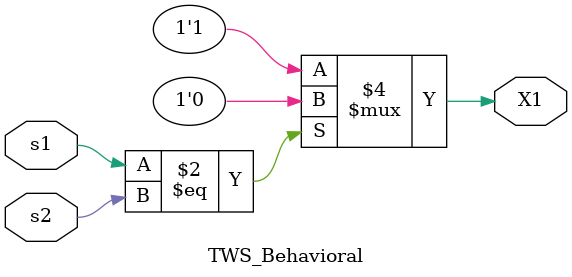
<source format=v>
module TWS_Behavioral(
	input s1,s2,  	 //Define two inputs(switches)
	output reg X1	 //Define the output pin
	);
	
	
always @ (s1,s2)    //Everytime the input changes, the output 
						//is to be updated
begin
	if (s1==s2) //if both switches are in same position, output is LOW
		X1 = 0;
	else
		X1=1;				//if the position of switches are not equal, 
							//outout is HIGH
end
endmodule

</source>
